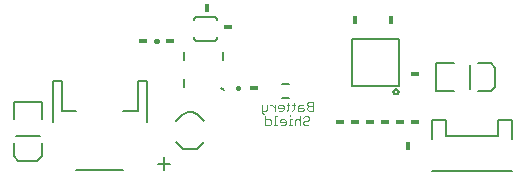
<source format=gbo>
G75*
G70*
%OFA0B0*%
%FSLAX24Y24*%
%IPPOS*%
%LPD*%
%AMOC8*
5,1,8,0,0,1.08239X$1,22.5*
%
%ADD10C,0.0030*%
%ADD11C,0.0060*%
%ADD12C,0.0050*%
%ADD13C,0.0080*%
%ADD14R,0.0280X0.0160*%
%ADD15R,0.0160X0.0280*%
%ADD16C,0.0160*%
D10*
X012510Y002905D02*
X012656Y002905D01*
X012704Y002953D01*
X012704Y003050D01*
X012656Y003098D01*
X012510Y003098D01*
X012510Y003195D02*
X012510Y002905D01*
X012804Y002905D02*
X012900Y002905D01*
X012852Y002905D02*
X012852Y003195D01*
X012900Y003195D01*
X013002Y003050D02*
X013002Y003002D01*
X013195Y003002D01*
X013195Y003050D02*
X013195Y002953D01*
X013147Y002905D01*
X013050Y002905D01*
X013002Y003050D02*
X013050Y003098D01*
X013147Y003098D01*
X013195Y003050D01*
X013343Y003098D02*
X013343Y002905D01*
X013391Y002905D02*
X013295Y002905D01*
X013493Y002905D02*
X013493Y003050D01*
X013541Y003098D01*
X013638Y003098D01*
X013686Y003050D01*
X013787Y003002D02*
X013836Y003050D01*
X013932Y003050D01*
X013981Y003098D01*
X013981Y003147D01*
X013932Y003195D01*
X013836Y003195D01*
X013787Y003147D01*
X013686Y003195D02*
X013686Y002905D01*
X013787Y002953D02*
X013836Y002905D01*
X013932Y002905D01*
X013981Y002953D01*
X013787Y002953D02*
X013787Y003002D01*
X013391Y003098D02*
X013343Y003098D01*
X013343Y003195D02*
X013343Y003244D01*
X013417Y003385D02*
X013466Y003433D01*
X013466Y003627D01*
X013514Y003578D02*
X013417Y003578D01*
X013318Y003578D02*
X013221Y003578D01*
X013269Y003627D02*
X013269Y003433D01*
X013221Y003385D01*
X013121Y003433D02*
X013121Y003530D01*
X013073Y003578D01*
X012976Y003578D01*
X012928Y003530D01*
X012928Y003482D01*
X013121Y003482D01*
X013121Y003433D02*
X013073Y003385D01*
X012976Y003385D01*
X012827Y003385D02*
X012827Y003578D01*
X012827Y003482D02*
X012730Y003578D01*
X012682Y003578D01*
X012581Y003578D02*
X012581Y003433D01*
X012533Y003385D01*
X012388Y003385D01*
X012388Y003337D02*
X012436Y003288D01*
X012484Y003288D01*
X012388Y003337D02*
X012388Y003578D01*
X013615Y003530D02*
X013615Y003385D01*
X013760Y003385D01*
X013809Y003433D01*
X013760Y003482D01*
X013615Y003482D01*
X013615Y003530D02*
X013664Y003578D01*
X013760Y003578D01*
X013910Y003578D02*
X013958Y003530D01*
X014104Y003530D01*
X014104Y003385D02*
X014104Y003675D01*
X013958Y003675D01*
X013910Y003627D01*
X013910Y003578D01*
X013958Y003530D02*
X013910Y003482D01*
X013910Y003433D01*
X013958Y003385D01*
X014104Y003385D01*
D11*
X013318Y003814D02*
X013082Y003814D01*
X013082Y004286D02*
X013318Y004286D01*
X009350Y001620D02*
X008923Y001620D01*
X009136Y001834D02*
X009136Y001407D01*
D12*
X005000Y002550D02*
X004200Y002550D01*
X015413Y004213D02*
X016987Y004213D01*
X016987Y005787D01*
X015413Y005787D01*
X015413Y004213D01*
X016781Y004016D02*
X016783Y004034D01*
X016789Y004052D01*
X016798Y004068D01*
X016810Y004081D01*
X016825Y004092D01*
X016842Y004100D01*
X016860Y004104D01*
X016878Y004104D01*
X016896Y004100D01*
X016913Y004092D01*
X016928Y004081D01*
X016940Y004068D01*
X016949Y004052D01*
X016955Y004034D01*
X016957Y004016D01*
X016955Y003998D01*
X016949Y003980D01*
X016940Y003964D01*
X016928Y003951D01*
X016913Y003940D01*
X016896Y003932D01*
X016878Y003928D01*
X016860Y003928D01*
X016842Y003932D01*
X016825Y003940D01*
X016810Y003951D01*
X016798Y003964D01*
X016789Y003980D01*
X016783Y003998D01*
X016781Y004016D01*
X019350Y004100D02*
X019350Y004900D01*
D13*
X004128Y002306D02*
X004128Y001873D01*
X004285Y001716D01*
X004915Y001716D01*
X005072Y001873D01*
X005072Y002306D01*
X005425Y002994D02*
X005425Y004372D01*
X005740Y004372D01*
X005740Y003387D01*
X006213Y003387D01*
X005072Y003094D02*
X005072Y003684D01*
X004128Y003684D01*
X004128Y003094D01*
X006213Y001419D02*
X007787Y001419D01*
X008575Y002994D02*
X008575Y004372D01*
X008260Y004372D01*
X008260Y003387D01*
X007787Y003387D01*
X009528Y003054D02*
X009733Y003241D01*
X009733Y003242D02*
X009763Y003267D01*
X009795Y003289D01*
X009830Y003307D01*
X009866Y003322D01*
X009903Y003334D01*
X009941Y003342D01*
X009980Y003346D01*
X010020Y003346D01*
X010059Y003342D01*
X010097Y003334D01*
X010134Y003322D01*
X010170Y003307D01*
X010205Y003289D01*
X010237Y003267D01*
X010267Y003242D01*
X010267Y003241D02*
X010472Y003054D01*
X010472Y002346D02*
X010236Y002109D01*
X009764Y002109D01*
X009528Y002346D01*
X011139Y004061D02*
X011041Y004159D01*
X011100Y005080D02*
X011100Y005340D01*
X010835Y005726D02*
X010205Y005726D01*
X010205Y005727D02*
X010189Y005732D01*
X010173Y005740D01*
X010159Y005750D01*
X010147Y005762D01*
X010137Y005777D01*
X010130Y005793D01*
X010126Y005810D01*
X010125Y005827D01*
X010127Y005845D01*
X010127Y006395D02*
X010125Y006413D01*
X010126Y006430D01*
X010130Y006447D01*
X010137Y006463D01*
X010147Y006478D01*
X010159Y006490D01*
X010173Y006500D01*
X010189Y006508D01*
X010205Y006513D01*
X010205Y006514D02*
X010835Y006514D01*
X010835Y006513D02*
X010851Y006508D01*
X010867Y006500D01*
X010881Y006490D01*
X010893Y006478D01*
X010903Y006463D01*
X010910Y006447D01*
X010914Y006430D01*
X010915Y006413D01*
X010913Y006395D01*
X010913Y005845D02*
X010915Y005827D01*
X010914Y005810D01*
X010910Y005793D01*
X010903Y005777D01*
X010893Y005762D01*
X010881Y005750D01*
X010867Y005740D01*
X010851Y005732D01*
X010835Y005727D01*
X009800Y005340D02*
X009800Y005080D01*
X009800Y004430D02*
X009800Y004170D01*
X018061Y003083D02*
X018061Y002453D01*
X018534Y002531D02*
X018534Y003083D01*
X018061Y003083D01*
X018534Y002531D02*
X020266Y002531D01*
X020266Y003083D01*
X020739Y003083D01*
X020739Y002453D01*
X020739Y001390D02*
X018061Y001390D01*
X018216Y004028D02*
X018806Y004028D01*
X018216Y004028D02*
X018216Y004972D01*
X018806Y004972D01*
X019594Y004972D02*
X020027Y004972D01*
X020184Y004815D01*
X020184Y004185D01*
X020027Y004028D01*
X019594Y004028D01*
D14*
X017500Y004600D03*
X017500Y003000D03*
X017000Y003000D03*
X016500Y003000D03*
X016000Y003000D03*
X015500Y003000D03*
X015000Y003000D03*
X012150Y004150D03*
X011280Y006180D03*
X009330Y005720D03*
X008440Y005720D03*
D15*
X010560Y006810D03*
X015500Y006400D03*
X016700Y006400D03*
X017260Y002220D03*
D16*
X011612Y004150D02*
X011588Y004150D01*
X008902Y005720D02*
X008878Y005720D01*
M02*

</source>
